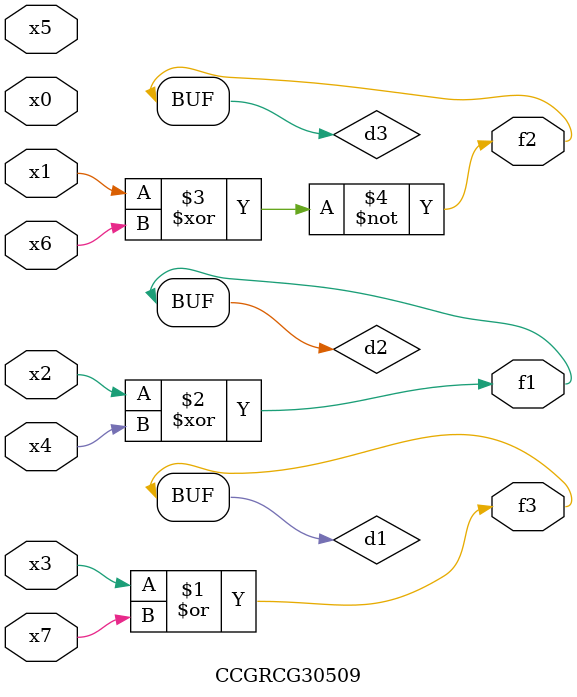
<source format=v>
module CCGRCG30509(
	input x0, x1, x2, x3, x4, x5, x6, x7,
	output f1, f2, f3
);

	wire d1, d2, d3;

	or (d1, x3, x7);
	xor (d2, x2, x4);
	xnor (d3, x1, x6);
	assign f1 = d2;
	assign f2 = d3;
	assign f3 = d1;
endmodule

</source>
